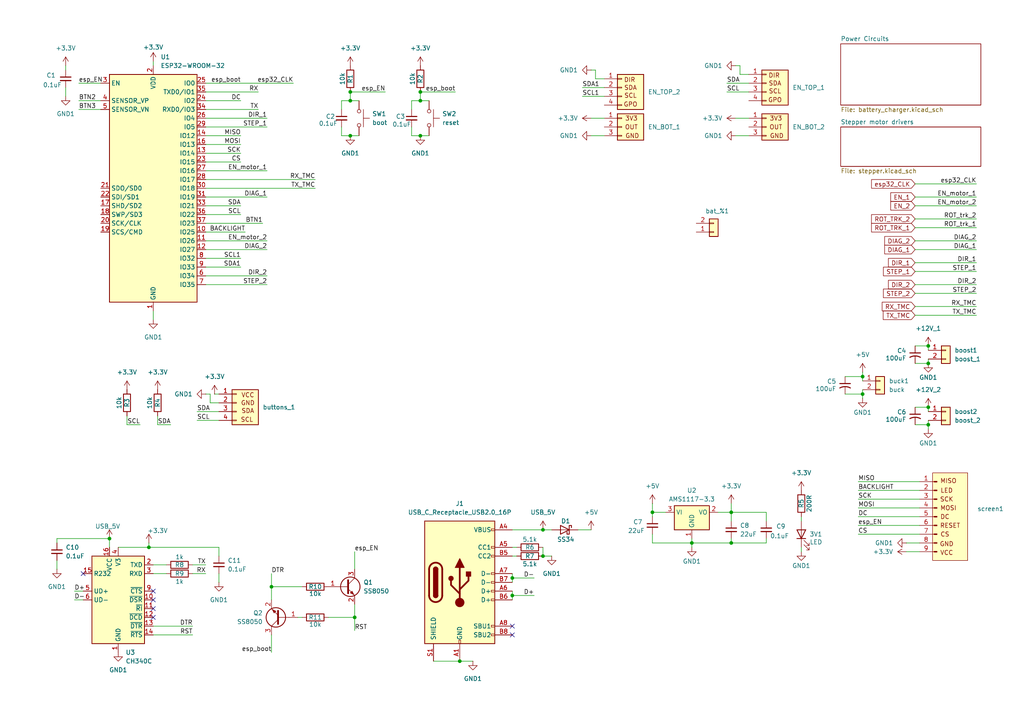
<source format=kicad_sch>
(kicad_sch (version 20250114) (generator "eeschema") (generator_version "9.0")
  (paper "A4")
  (junction (at 101.6 39.37))
  (junction (at 43.18 158.75))
  (junction (at 269.24 100.33))
  (junction (at 269.24 123.19))
  (junction (at 157.48 161.29))
  (junction (at 101.6 26.67))
  (junction (at 133.35 191.77))
  (junction (at 102.87 179.07))
  (junction (at 148.59 172.72))
  (junction (at 269.24 105.41))
  (junction (at 157.48 153.67))
  (junction (at 250.19 109.22))
  (junction (at 121.92 39.37))
  (junction (at 189.23 148.59))
  (junction (at 250.19 114.3))
  (junction (at 269.24 118.11))
  (junction (at 200.66 157.48))
  (junction (at 101.6 29.21))
  (junction (at 121.92 26.67))
  (junction (at 78.74 170.18))
  (junction (at 31.75 156.21))
  (junction (at 212.09 148.59))
  (junction (at 148.59 167.64))
  (junction (at 121.92 29.21))
  (junction (at 212.09 157.48))
  (no_connect (at 24.13 166.37))
  (no_connect (at 44.45 179.07))
  (no_connect (at 148.59 184.15))
  (no_connect (at 148.59 181.61))
  (no_connect (at 44.45 173.99))
  (no_connect (at 44.45 176.53))
  (no_connect (at 44.45 171.45))
  (wire (pts (xy 148.59 153.67) (xy 157.48 153.67)))
  (wire (pts (xy 59.69 59.69) (xy 69.85 59.69)))
  (wire (pts (xy 265.43 78.74) (xy 283.21 78.74)))
  (wire (pts (xy 213.36 34.29) (xy 217.17 34.29)))
  (wire (pts (xy 59.69 34.29) (xy 77.47 34.29)))
  (wire (pts (xy 101.6 26.67) (xy 101.6 29.21)))
  (wire (pts (xy 248.92 139.7) (xy 266.7 139.7)))
  (wire (pts (xy 265.43 57.15) (xy 283.21 57.15)))
  (wire (pts (xy 59.69 77.47) (xy 69.85 77.47)))
  (wire (pts (xy 121.92 29.21) (xy 124.46 29.21)))
  (wire (pts (xy 137.16 191.77) (xy 133.35 191.77)))
  (wire (pts (xy 148.59 167.64) (xy 148.59 168.91)))
  (wire (pts (xy 44.45 17.78) (xy 44.45 19.05)))
  (wire (pts (xy 22.86 31.75) (xy 29.21 31.75)))
  (wire (pts (xy 148.59 172.72) (xy 148.59 173.99)))
  (wire (pts (xy 22.86 24.13) (xy 29.21 24.13)))
  (wire (pts (xy 265.43 69.85) (xy 283.21 69.85)))
  (wire (pts (xy 74.93 26.67) (xy 59.69 26.67)))
  (wire (pts (xy 232.41 149.86) (xy 232.41 151.13)))
  (wire (pts (xy 63.5 166.37) (xy 63.5 168.91)))
  (wire (pts (xy 265.43 100.33) (xy 269.24 100.33)))
  (wire (pts (xy 213.36 39.37) (xy 217.17 39.37)))
  (wire (pts (xy 60.96 114.3) (xy 60.96 116.84)))
  (wire (pts (xy 16.51 162.56) (xy 16.51 165.1)))
  (wire (pts (xy 59.69 41.91) (xy 69.85 41.91)))
  (wire (pts (xy 21.59 171.45) (xy 24.13 171.45)))
  (wire (pts (xy 168.91 25.4) (xy 175.26 25.4)))
  (wire (pts (xy 16.51 156.21) (xy 31.75 156.21)))
  (wire (pts (xy 59.69 39.37) (xy 69.85 39.37)))
  (wire (pts (xy 250.19 113.03) (xy 250.19 114.3)))
  (wire (pts (xy 265.43 85.09) (xy 283.21 85.09)))
  (wire (pts (xy 214.63 19.05) (xy 214.63 21.59)))
  (wire (pts (xy 200.66 157.48) (xy 212.09 157.48)))
  (wire (pts (xy 265.43 76.2) (xy 283.21 76.2)))
  (wire (pts (xy 250.19 109.22) (xy 250.19 110.49)))
  (wire (pts (xy 78.74 166.37) (xy 78.74 170.18)))
  (wire (pts (xy 59.69 82.55) (xy 77.47 82.55)))
  (wire (pts (xy 44.45 181.61) (xy 55.88 181.61)))
  (wire (pts (xy 34.29 158.75) (xy 43.18 158.75)))
  (wire (pts (xy 99.06 39.37) (xy 101.6 39.37)))
  (wire (pts (xy 36.83 120.65) (xy 36.83 123.19)))
  (wire (pts (xy 269.24 123.19) (xy 269.24 124.46)))
  (wire (pts (xy 44.45 166.37) (xy 48.26 166.37)))
  (wire (pts (xy 245.11 109.22) (xy 250.19 109.22)))
  (wire (pts (xy 160.02 153.67) (xy 157.48 153.67)))
  (wire (pts (xy 250.19 107.95) (xy 250.19 109.22)))
  (wire (pts (xy 59.69 36.83) (xy 77.47 36.83)))
  (wire (pts (xy 59.69 72.39) (xy 77.47 72.39)))
  (wire (pts (xy 111.76 26.67) (xy 101.6 26.67)))
  (wire (pts (xy 119.38 39.37) (xy 119.38 36.83)))
  (wire (pts (xy 262.89 160.02) (xy 266.7 160.02)))
  (wire (pts (xy 59.69 54.61) (xy 91.44 54.61)))
  (wire (pts (xy 212.09 151.13) (xy 212.09 148.59)))
  (wire (pts (xy 265.43 123.19) (xy 269.24 123.19)))
  (wire (pts (xy 45.72 120.65) (xy 45.72 123.19)))
  (wire (pts (xy 119.38 29.21) (xy 121.92 29.21)))
  (wire (pts (xy 55.88 184.15) (xy 44.45 184.15)))
  (wire (pts (xy 59.69 64.77) (xy 76.2 64.77)))
  (wire (pts (xy 248.92 152.4) (xy 266.7 152.4)))
  (wire (pts (xy 60.96 116.84) (xy 63.5 116.84)))
  (wire (pts (xy 222.25 156.21) (xy 222.25 157.48)))
  (wire (pts (xy 193.04 148.59) (xy 189.23 148.59)))
  (wire (pts (xy 63.5 158.75) (xy 63.5 161.29)))
  (wire (pts (xy 248.92 147.32) (xy 266.7 147.32)))
  (wire (pts (xy 19.05 20.32) (xy 19.05 19.05)))
  (wire (pts (xy 248.92 149.86) (xy 266.7 149.86)))
  (wire (pts (xy 132.08 26.67) (xy 121.92 26.67)))
  (wire (pts (xy 265.43 66.04) (xy 283.21 66.04)))
  (wire (pts (xy 78.74 170.18) (xy 78.74 173.99)))
  (wire (pts (xy 283.21 53.34) (xy 265.43 53.34)))
  (wire (pts (xy 212.09 157.48) (xy 212.09 156.21)))
  (wire (pts (xy 44.45 163.83) (xy 48.26 163.83)))
  (wire (pts (xy 269.24 121.92) (xy 269.24 123.19)))
  (wire (pts (xy 189.23 146.05) (xy 189.23 148.59)))
  (wire (pts (xy 171.45 34.29) (xy 175.26 34.29)))
  (wire (pts (xy 222.25 151.13) (xy 222.25 148.59)))
  (wire (pts (xy 59.69 31.75) (xy 74.93 31.75)))
  (wire (pts (xy 59.69 29.21) (xy 69.85 29.21)))
  (wire (pts (xy 265.43 91.44) (xy 283.21 91.44)))
  (wire (pts (xy 57.15 121.92) (xy 63.5 121.92)))
  (wire (pts (xy 99.06 36.83) (xy 99.06 39.37)))
  (wire (pts (xy 19.05 25.4) (xy 19.05 27.94)))
  (wire (pts (xy 59.69 44.45) (xy 69.85 44.45)))
  (wire (pts (xy 60.96 114.3) (xy 59.69 114.3)))
  (wire (pts (xy 148.59 161.29) (xy 149.86 161.29)))
  (wire (pts (xy 148.59 158.75) (xy 149.86 158.75)))
  (wire (pts (xy 22.86 29.21) (xy 29.21 29.21)))
  (wire (pts (xy 31.75 156.21) (xy 31.75 158.75)))
  (wire (pts (xy 269.24 118.11) (xy 269.24 119.38)))
  (wire (pts (xy 265.43 72.39) (xy 283.21 72.39)))
  (wire (pts (xy 57.15 119.38) (xy 63.5 119.38)))
  (wire (pts (xy 99.06 31.75) (xy 99.06 29.21)))
  (wire (pts (xy 172.72 20.32) (xy 172.72 22.86)))
  (wire (pts (xy 102.87 179.07) (xy 102.87 182.88)))
  (wire (pts (xy 95.25 179.07) (xy 102.87 179.07)))
  (wire (pts (xy 248.92 154.94) (xy 266.7 154.94)))
  (wire (pts (xy 265.43 63.5) (xy 283.21 63.5)))
  (wire (pts (xy 36.83 123.19) (xy 40.64 123.19)))
  (wire (pts (xy 232.41 160.02) (xy 232.41 158.75)))
  (wire (pts (xy 44.45 90.17) (xy 44.45 92.71)))
  (wire (pts (xy 62.23 114.3) (xy 63.5 114.3)))
  (wire (pts (xy 43.18 157.48) (xy 43.18 158.75)))
  (wire (pts (xy 189.23 154.94) (xy 189.23 157.48)))
  (wire (pts (xy 125.73 191.77) (xy 133.35 191.77)))
  (wire (pts (xy 59.69 74.93) (xy 69.85 74.93)))
  (wire (pts (xy 59.69 49.53) (xy 77.47 49.53)))
  (wire (pts (xy 265.43 88.9) (xy 283.21 88.9)))
  (wire (pts (xy 16.51 157.48) (xy 16.51 156.21)))
  (wire (pts (xy 99.06 29.21) (xy 101.6 29.21)))
  (wire (pts (xy 200.66 157.48) (xy 200.66 158.75)))
  (wire (pts (xy 171.45 20.32) (xy 172.72 20.32)))
  (wire (pts (xy 248.92 142.24) (xy 266.7 142.24)))
  (wire (pts (xy 208.28 148.59) (xy 212.09 148.59)))
  (wire (pts (xy 59.69 57.15) (xy 77.47 57.15)))
  (wire (pts (xy 172.72 22.86) (xy 175.26 22.86)))
  (wire (pts (xy 210.82 26.67) (xy 217.17 26.67)))
  (wire (pts (xy 148.59 172.72) (xy 154.94 172.72)))
  (wire (pts (xy 148.59 166.37) (xy 148.59 167.64)))
  (wire (pts (xy 59.69 80.01) (xy 77.47 80.01)))
  (wire (pts (xy 148.59 171.45) (xy 148.59 172.72)))
  (wire (pts (xy 43.18 158.75) (xy 63.5 158.75)))
  (wire (pts (xy 189.23 148.59) (xy 189.23 149.86)))
  (wire (pts (xy 59.69 166.37) (xy 55.88 166.37)))
  (wire (pts (xy 87.63 179.07) (xy 86.36 179.07)))
  (wire (pts (xy 248.92 144.78) (xy 266.7 144.78)))
  (wire (pts (xy 265.43 59.69) (xy 283.21 59.69)))
  (wire (pts (xy 210.82 24.13) (xy 217.17 24.13)))
  (wire (pts (xy 171.45 39.37) (xy 175.26 39.37)))
  (wire (pts (xy 212.09 146.05) (xy 212.09 148.59)))
  (wire (pts (xy 59.69 24.13) (xy 85.09 24.13)))
  (wire (pts (xy 250.19 114.3) (xy 250.19 115.57)))
  (wire (pts (xy 121.92 39.37) (xy 124.46 39.37)))
  (wire (pts (xy 119.38 31.75) (xy 119.38 29.21)))
  (wire (pts (xy 200.66 157.48) (xy 200.66 156.21)))
  (wire (pts (xy 265.43 82.55) (xy 283.21 82.55)))
  (wire (pts (xy 148.59 167.64) (xy 154.94 167.64)))
  (wire (pts (xy 189.23 157.48) (xy 200.66 157.48)))
  (wire (pts (xy 21.59 173.99) (xy 24.13 173.99)))
  (wire (pts (xy 78.74 184.15) (xy 78.74 189.23)))
  (wire (pts (xy 269.24 105.41) (xy 269.24 104.14)))
  (wire (pts (xy 59.69 163.83) (xy 55.88 163.83)))
  (wire (pts (xy 265.43 105.41) (xy 269.24 105.41)))
  (wire (pts (xy 262.89 157.48) (xy 266.7 157.48)))
  (wire (pts (xy 212.09 157.48) (xy 222.25 157.48)))
  (wire (pts (xy 59.69 46.99) (xy 69.85 46.99)))
  (wire (pts (xy 222.25 148.59) (xy 212.09 148.59)))
  (wire (pts (xy 245.11 114.3) (xy 250.19 114.3)))
  (wire (pts (xy 121.92 26.67) (xy 121.92 29.21)))
  (wire (pts (xy 119.38 39.37) (xy 121.92 39.37)))
  (wire (pts (xy 213.36 19.05) (xy 214.63 19.05)))
  (wire (pts (xy 265.43 118.11) (xy 269.24 118.11)))
  (wire (pts (xy 59.69 67.31) (xy 71.12 67.31)))
  (wire (pts (xy 59.69 69.85) (xy 77.47 69.85)))
  (wire (pts (xy 168.91 27.94) (xy 175.26 27.94)))
  (wire (pts (xy 59.69 52.07) (xy 91.44 52.07)))
  (wire (pts (xy 101.6 39.37) (xy 104.14 39.37)))
  (wire (pts (xy 171.45 153.67) (xy 167.64 153.67)))
  (wire (pts (xy 269.24 100.33) (xy 269.24 101.6)))
  (wire (pts (xy 157.48 158.75) (xy 157.48 161.29)))
  (wire (pts (xy 78.74 170.18) (xy 87.63 170.18)))
  (wire (pts (xy 102.87 160.02) (xy 102.87 165.1)))
  (wire (pts (xy 59.69 62.23) (xy 69.85 62.23)))
  (wire (pts (xy 160.02 161.29) (xy 157.48 161.29)))
  (wire (pts (xy 101.6 29.21) (xy 104.14 29.21)))
  (wire (pts (xy 49.53 123.19) (xy 45.72 123.19)))
  (wire (pts (xy 102.87 175.26) (xy 102.87 179.07)))
  (wire (pts (xy 214.63 21.59) (xy 217.17 21.59)))
  (label "SDA1" (at 69.85 77.47 180))
  (label "BTN1" (at 76.2 64.77 180))
  (label "DIAG_1" (at 283.21 72.39 180))
  (label "esp32_CLK" (at 283.21 53.34 180))
  (label "RST" (at 102.87 182.88 0))
  (label "STEP_1" (at 77.47 36.83 180))
  (label "RX" (at 74.93 26.67 180))
  (label "MISO" (at 69.85 39.37 180))
  (label "CS" (at 248.92 154.94 0))
  (label "esp32_CLK" (at 85.09 24.13 180))
  (label "DIR_2" (at 77.47 80.01 180))
  (label "SCL" (at 57.15 121.92 0))
  (label "MISO" (at 248.92 139.7 0))
  (label "SCL" (at 210.82 26.67 0))
  (label "TX" (at 59.69 163.83 180))
  (label "RX_TMC" (at 91.44 52.07 180))
  (label "D-" (at 154.94 167.64 180))
  (label "BACKLIGHT" (at 248.92 142.24 0))
  (label "BACKLIGHT" (at 71.12 67.31 180))
  (label "SDA" (at 49.53 123.19 180))
  (label "EN_motor_2" (at 77.47 69.85 180))
  (label "SCL1" (at 69.85 74.93 180))
  (label "DIAG_2" (at 77.47 72.39 180))
  (label "TX" (at 74.93 31.75 180))
  (label "BTN2" (at 22.86 29.21 0))
  (label "D+" (at 154.94 172.72 180))
  (label "DIAG_1" (at 77.47 57.15 180))
  (label "esp_boot" (at 78.74 189.23 180))
  (label "STEP_2" (at 77.47 82.55 180))
  (label "MOSI" (at 69.85 41.91 180))
  (label "STEP_2" (at 283.21 85.09 180))
  (label "STEP_1" (at 283.21 78.74 180))
  (label "DTR" (at 55.88 181.61 180))
  (label "SDA" (at 210.82 24.13 0))
  (label "DIR_2" (at 283.21 82.55 180))
  (label "D-" (at 21.59 173.99 0))
  (label "ROT_trk_2" (at 283.21 63.5 180))
  (label "DTR" (at 78.74 166.37 0))
  (label "esp_EN" (at 111.76 26.67 180))
  (label "DC" (at 248.92 149.86 0))
  (label "RX_TMC" (at 283.21 88.9 180))
  (label "ROT_trk_1" (at 283.21 66.04 180))
  (label "EN_motor_1" (at 283.21 57.15 180))
  (label "esp_EN" (at 102.87 160.02 0))
  (label "esp_EN" (at 22.86 24.13 0))
  (label "EN_motor_2" (at 283.21 59.69 180))
  (label "DIAG_2" (at 283.21 69.85 180))
  (label "D+" (at 21.59 171.45 0))
  (label "SDA" (at 57.15 119.38 0))
  (label "esp_boot" (at 132.08 26.67 180))
  (label "TX_TMC" (at 283.21 91.44 180))
  (label "esp_boot" (at 69.85 24.13 180))
  (label "DC" (at 69.85 29.21 180))
  (label "TX_TMC" (at 91.44 54.61 180))
  (label "SCL1" (at 168.91 27.94 0))
  (label "SCL" (at 69.85 62.23 180))
  (label "SCL" (at 40.64 123.19 180))
  (label "RST" (at 55.88 184.15 180))
  (label "SDA1" (at 168.91 25.4 0))
  (label "SCK" (at 248.92 144.78 0))
  (label "CS" (at 69.85 46.99 180))
  (label "EN_motor_1" (at 77.47 49.53 180))
  (label "SDA" (at 69.85 59.69 180))
  (label "DIR_1" (at 283.21 76.2 180))
  (label "MOSI" (at 248.92 147.32 0))
  (label "SCK" (at 69.85 44.45 180))
  (label "BTN3" (at 22.86 31.75 0))
  (label "esp_EN" (at 248.92 152.4 0))
  (label "RX" (at 59.69 166.37 180))
  (label "DIR_1" (at 77.47 34.29 180))
  (global_label "ROT_TRK_2" (shape input) (at 265.43 63.5 180) (property "Intersheetrefs" "${INTERSHEET_REFS}" (effects (hide yes))))
  (global_label "EN_2" (shape input) (at 265.43 59.69 180) (property "Intersheetrefs" "${INTERSHEET_REFS}" (effects (hide yes))))
  (global_label "ROT_TRK_1" (shape input) (at 265.43 66.04 180) (property "Intersheetrefs" "${INTERSHEET_REFS}" (effects (hide yes))))
  (global_label "EN_1" (shape input) (at 265.43 57.15 180) (property "Intersheetrefs" "${INTERSHEET_REFS}" (effects (hide yes))))
  (global_label "STEP_1" (shape input) (at 265.43 78.74 180) (property "Intersheetrefs" "${INTERSHEET_REFS}" (effects (hide yes))))
  (global_label "esp32_CLK" (shape input) (at 265.43 53.34 180) (property "Intersheetrefs" "${INTERSHEET_REFS}" (effects (hide yes))))
  (global_label "DIR_2" (shape input) (at 265.43 82.55 180) (property "Intersheetrefs" "${INTERSHEET_REFS}" (effects (hide yes))))
  (global_label "DIR_1" (shape input) (at 265.43 76.2 180) (property "Intersheetrefs" "${INTERSHEET_REFS}" (effects (hide yes))))
  (global_label "STEP_2" (shape input) (at 265.43 85.09 180) (property "Intersheetrefs" "${INTERSHEET_REFS}" (effects (hide yes))))
  (global_label "DIAG_2" (shape input) (at 265.43 69.85 180) (property "Intersheetrefs" "${INTERSHEET_REFS}" (effects (hide yes))))
  (global_label "RX_TMC" (shape input) (at 265.43 88.9 180) (property "Intersheetrefs" "${INTERSHEET_REFS}" (effects (hide yes))))
  (global_label "TX_TMC" (shape input) (at 265.43 91.44 180) (property "Intersheetrefs" "${INTERSHEET_REFS}" (effects (hide yes))))
  (global_label "DIAG_1" (shape input) (at 265.43 72.39 180) (property "Intersheetrefs" "${INTERSHEET_REFS}" (effects (hide yes))))
  (symbol (lib_id "Device:C_Small") (at 189.23 152.4 0) (unit 1)
    (property "Reference" "C7" (at 183.642 151.384 0) (effects (justify left)))
    (property "Value" "22uF" (at 182.118 153.924 0) (effects (justify left)))
    (property "Footprint" "PCM_4ms_Capacitor:C_0603" (effects (hide yes)))
    (property "Description" "Unpolarized capacitor, small symbol" (effects (hide yes)))
  )
  (symbol (lib_id "Connector:Conn_01x09_Pin") (at 271.78 149.86 0) (mirror y) (unit 1)
    (property "Reference" "screen1" (at 283.464 147.574 0) (effects (justify right)))
    (property "Value" "Conn_01x09_Pin" (effects (hide yes)))
    (property "Footprint" "Connector_PinSocket_2.54mm:PinSocket_1x09_P2.54mm_Vertical" (effects (hide yes)))
    (property "Description" "Generic connector, single row, 01x09, script generated" (effects (hide yes)))
  )
  (symbol (lib_id "power:+5V") (at 171.45 153.67 0) (unit 1)
    (property "Reference" "#PWR029" (effects (hide yes)))
    (property "Value" "+5V" (at 171.45 148.59 0))
    (property "Description" "Power symbol creates a global label with name \"+5V\"" (effects (hide yes)))
  )
  (symbol (lib_id "Connector_Generic:Conn_01x03") (at 180.34 36.83 0) (unit 1)
    (property "Reference" "EN_BOT_1" (at 187.96 36.8299 0) (effects (justify left)))
    (property "Value" "Conn_01x03" (effects (hide yes)))
    (property "Footprint" "Connector_PinHeader_2.54mm:PinHeader_1x03_P2.54mm_Vertical" (effects (hide yes)))
    (property "Description" "Generic connector, single row, 01x03, script generated (kicad-library-utils/schlib/autogen/connector/)" (effects (hide yes)))
  )
  (symbol (lib_id "power:+3.3V") (at 45.72 113.03 0) (unit 1)
    (property "Reference" "#PWR019" (effects (hide yes)))
    (property "Value" "+3.3V" (at 45.72 107.95 0))
    (property "Description" "Power symbol creates a global label with name \"+3.3V\"" (effects (hide yes)))
  )
  (symbol (lib_id "Device:LED") (at 232.41 154.94 90) (unit 1)
    (property "Reference" "3V1" (at 238.506 154.94 90) (effects (justify left)))
    (property "Value" "LED" (at 238.506 157.226 90) (effects (justify left)))
    (property "Footprint" "PCM_LED_SMD_AKL:LED_0603_1608Metric_Pad1.05x0.95mm" (effects (hide yes)))
    (property "Description" "Light emitting diode" (effects (hide yes)))
    (property "Sim.Pins" "1=K 2=A" (effects (hide yes)))
  )
  (symbol (lib_id "Device:R") (at 52.07 166.37 90) (unit 1)
    (property "Reference" "R9" (at 52.07 166.37 90))
    (property "Value" "1k" (at 52.07 168.656 90))
    (property "Footprint" "PCM_4ms_Resistor:R_0603" (effects (hide yes)))
    (property "Description" "Resistor" (effects (hide yes)))
  )
  (symbol (lib_id "Device:C_Small_US") (at 245.11 111.76 0) (mirror y) (unit 1)
    (property "Reference" "C5" (at 242.57 110.6169 0) (effects (justify left)))
    (property "Value" "100uF" (at 242.57 112.776 0) (effects (justify left)))
    (property "Footprint" "PCM_Capacitor_SMD_Handsoldering_AKL:C_Elec_6.3x7.7" (effects (hide yes)))
    (property "Description" "capacitor, small US symbol" (effects (hide yes)))
  )
  (symbol (lib_id "Connector:USB_C_Receptacle_USB2.0_16P") (at 133.35 168.91 0) (unit 1)
    (property "Reference" "J1" (at 133.35 146.05 0))
    (property "Value" "USB_C_Receptacle_USB2.0_16P" (at 133.35 148.59 0))
    (property "Footprint" "Connector_USB:USB_C_Receptacle_GCT_USB4105-xx-A_16P_TopMnt_Horizontal" (effects (hide yes)))
    (property "Datasheet" "https://www.usb.org/sites/default/files/documents/usb_type-c.zip" (effects (hide yes)))
    (property "Description" "USB 2.0-only 16P Type-C Receptacle connector" (effects (hide yes)))
  )
  (symbol (lib_id "PCM_4ms_Connector:Conn_01x04") (at 222.25 24.13 0) (unit 1)
    (property "Reference" "EN_TOP_1" (at 229.87 25.3999 0) (effects (justify left)))
    (property "Value" "Conn_01x04" (effects (hide yes)))
    (property "Footprint" "Connector_PinHeader_2.54mm:PinHeader_1x04_P2.54mm_Vertical" (effects (hide yes)))
    (property "Description" "HEADER 1x4 MALE PINS 0.100” 180deg" (effects (hide yes)))
    (property "Specifications" "HEADER 1x4 MALE PINS 0.100” 180deg" (effects (hide yes)))
    (property "Manufacturer" "TAD" (effects (hide yes)))
    (property "Part Number" "1-0401FBV0T" (effects (hide yes)))
  )
  (symbol (lib_id "Device:R") (at 45.72 116.84 0) (unit 1)
    (property "Reference" "R4" (at 45.72 116.84 90))
    (property "Value" "10k" (at 43.434 116.84 90))
    (property "Footprint" "PCM_4ms_Resistor:R_0603" (effects (hide yes)))
    (property "Description" "Resistor" (effects (hide yes)))
  )
  (symbol (lib_id "PCM_4ms_Connector:Conn_01x02") (at 274.32 119.38 0) (unit 1)
    (property "Reference" "boost2" (at 276.86 119.3799 0) (effects (justify left)))
    (property "Value" "boost_2" (at 276.86 121.9199 0) (effects (justify left)))
    (property "Footprint" "Connector_JST:JST_VH_B2P-VH-B_1x02_P3.96mm_Vertical" (effects (hide yes)))
    (property "Description" "HEADER 1x2 MALE PINS 0.100” 180deg" (effects (hide yes)))
    (property "Specifications" "Pins_01x02, Header, Male Pins, 1*2, spacing 2.54mm, straight pin" (effects (hide yes)))
    (property "Manufacturer" "TAD" (effects (hide yes)))
    (property "Part Number" "1-0201FBV0T" (effects (hide yes)))
  )
  (symbol (lib_id "power:GND") (at 137.16 191.77 0) (unit 1)
    (property "Reference" "#PWR040" (effects (hide yes)))
    (property "Value" "GND1" (at 137.16 196.85 0))
    (property "Description" "Power symbol creates a global label with name \"GND\" , ground" (effects (hide yes)))
  )
  (symbol (lib_id "Device:C_Small") (at 19.05 22.86 0) (unit 1)
    (property "Reference" "C1" (at 13.462 21.844 0) (effects (justify left)))
    (property "Value" "0.1uF" (at 12.446 24.638 0) (effects (justify left)))
    (property "Footprint" "PCM_4ms_Capacitor:C_0603" (effects (hide yes)))
    (property "Description" "Unpolarized capacitor, small symbol" (effects (hide yes)))
  )
  (symbol (lib_id "power:+3.3V") (at 19.05 19.05 0) (unit 1)
    (property "Reference" "#PWR02" (effects (hide yes)))
    (property "Value" "+3.3V" (at 19.05 13.97 0))
    (property "Description" "Power symbol creates a global label with name \"+3.3V\"" (effects (hide yes)))
  )
  (symbol (lib_id "power:+3.3V") (at 62.23 114.3 0) (unit 1)
    (property "Reference" "#PWR021" (effects (hide yes)))
    (property "Value" "+3.3V" (at 62.23 109.22 0))
    (property "Description" "Power symbol creates a global label with name \"+3.3V\"" (effects (hide yes)))
  )
  (symbol (lib_id "PCM_4ms_Connector:Conn_01x02") (at 274.32 101.6 0) (unit 1)
    (property "Reference" "boost1" (at 276.86 101.5999 0) (effects (justify left)))
    (property "Value" "boost_1" (at 276.86 104.1399 0) (effects (justify left)))
    (property "Footprint" "Connector_JST:JST_VH_B2P-VH-B_1x02_P3.96mm_Vertical" (effects (hide yes)))
    (property "Description" "HEADER 1x2 MALE PINS 0.100” 180deg" (effects (hide yes)))
    (property "Specifications" "Pins_01x02, Header, Male Pins, 1*2, spacing 2.54mm, straight pin" (effects (hide yes)))
    (property "Manufacturer" "TAD" (effects (hide yes)))
    (property "Part Number" "1-0201FBV0T" (effects (hide yes)))
  )
  (symbol (lib_id "power:+3.3V") (at 44.45 17.78 0) (unit 1)
    (property "Reference" "#PWR01" (effects (hide yes)))
    (property "Value" "+3.3V" (at 44.45 13.716 0))
    (property "Description" "Power symbol creates a global label with name \"+3.3V\"" (effects (hide yes)))
  )
  (symbol (lib_id "Device:R") (at 52.07 163.83 90) (unit 1)
    (property "Reference" "R8" (at 52.07 163.83 90))
    (property "Value" "1k" (at 52.07 161.544 90))
    (property "Footprint" "PCM_4ms_Resistor:R_0603" (effects (hide yes)))
    (property "Description" "Resistor" (effects (hide yes)))
  )
  (symbol (lib_id "power:+3.3V") (at 121.92 19.05 0) (unit 1)
    (property "Reference" "#PWR04" (effects (hide yes)))
    (property "Value" "+3.3V" (at 121.92 13.97 0))
    (property "Description" "Power symbol creates a global label with name \"+3.3V\"" (effects (hide yes)))
  )
  (symbol (lib_id "Interface_USB:CH340C") (at 34.29 173.99 0) (unit 1)
    (property "Reference" "U3" (at 36.4333 189.23 0) (effects (justify left)))
    (property "Value" "CH340C" (at 36.4333 191.77 0) (effects (justify left)))
    (property "Footprint" "Package_SO:SOIC-16_3.9x9.9mm_P1.27mm" (effects (hide yes)))
    (property "Datasheet" "https://datasheet.lcsc.com/szlcsc/Jiangsu-Qin-Heng-CH340C_C84681.pdf" (effects (hide yes)))
    (property "Description" "USB serial converter, crystal-less, UART, SOIC-16" (effects (hide yes)))
  )
  (symbol (lib_id "power:+12V") (at 269.24 100.33 0) (unit 1)
    (property "Reference" "#PWR015" (effects (hide yes)))
    (property "Value" "+12V_1" (at 269.24 95.25 0))
    (property "Description" "Power symbol creates a global label with name \"+12V\"" (effects (hide yes)))
  )
  (symbol (lib_id "power:+3.3V") (at 212.09 146.05 0) (unit 1)
    (property "Reference" "#PWR027" (effects (hide yes)))
    (property "Value" "+3.3V" (at 212.09 140.97 0))
    (property "Description" "Power symbol creates a global label with name \"+3.3V\"" (effects (hide yes)))
  )
  (symbol (lib_id "Diode:1N5822") (at 163.83 153.67 0) (mirror y) (unit 1)
    (property "Reference" "D1" (at 165.4176 151.13 0) (effects (justify left)))
    (property "Value" "SS34" (at 166.624 156.464 0) (effects (justify left)))
    (property "Footprint" "Diode_SMD:D_SMA" (effects (hide yes)))
    (property "Datasheet" "http://www.vishay.com/docs/88526/1n5820.pdf" (effects (hide yes)))
    (property "Description" "40V 3A Schottky Barrier Rectifier Diode, DO-201AD" (effects (hide yes)))
  )
  (symbol (lib_id "Device:R") (at 36.83 116.84 0) (unit 1)
    (property "Reference" "R3" (at 36.83 116.84 90))
    (property "Value" "10k" (at 34.544 116.84 90))
    (property "Footprint" "PCM_4ms_Resistor:R_0603" (effects (hide yes)))
    (property "Description" "Resistor" (effects (hide yes)))
  )
  (symbol (lib_id "power:GND") (at 59.69 114.3 270) (unit 1)
    (property "Reference" "#PWR020" (effects (hide yes)))
    (property "Value" "GND1" (at 55.88 114.2999 90) (effects (justify right)))
    (property "Description" "Power symbol creates a global label with name \"GND\" , ground" (effects (hide yes)))
  )
  (symbol (lib_id "Device:C_Small") (at 99.06 34.29 0) (unit 1)
    (property "Reference" "C2" (at 94.488 33.782 0) (effects (justify left)))
    (property "Value" "0.1uF" (at 92.456 35.814 0) (effects (justify left)))
    (property "Footprint" "PCM_4ms_Capacitor:C_0603" (effects (hide yes)))
    (property "Description" "Unpolarized capacitor, small symbol" (effects (hide yes)))
  )
  (symbol (lib_id "Device:R") (at 121.92 22.86 0) (unit 1)
    (property "Reference" "R2" (at 121.92 22.86 90))
    (property "Value" "10k" (at 119.634 22.86 90))
    (property "Footprint" "PCM_4ms_Resistor:R_0603" (effects (hide yes)))
    (property "Description" "Resistor" (effects (hide yes)))
  )
  (symbol (lib_id "power:GND") (at 63.5 168.91 0) (unit 1)
    (property "Reference" "#PWR038" (effects (hide yes)))
    (property "Value" "GND1" (at 63.5 173.99 0))
    (property "Description" "Power symbol creates a global label with name \"GND\" , ground" (effects (hide yes)))
  )
  (symbol (lib_id "power:+5V") (at 189.23 146.05 0) (unit 1)
    (property "Reference" "#PWR026" (effects (hide yes)))
    (property "Value" "+5V" (at 189.23 140.97 0))
    (property "Description" "Power symbol creates a global label with name \"+5V\"" (effects (hide yes)))
  )
  (symbol (lib_id "power:GND") (at 160.02 161.29 0) (unit 1)
    (property "Reference" "#PWR036" (effects (hide yes)))
    (property "Value" "GND1" (at 160.02 166.37 0))
    (property "Description" "Power symbol creates a global label with name \"GND\" , ground" (effects (hide yes)))
  )
  (symbol (lib_id "Device:C_Small") (at 212.09 153.67 0) (unit 1)
    (property "Reference" "C8" (at 214.63 152.4062 0) (effects (justify left)))
    (property "Value" "22uF" (at 214.63 154.9462 0) (effects (justify left)))
    (property "Footprint" "PCM_4ms_Capacitor:C_0603" (effects (hide yes)))
    (property "Description" "Unpolarized capacitor, small symbol" (effects (hide yes)))
  )
  (symbol (lib_id "power:GND") (at 34.29 189.23 0) (unit 1)
    (property "Reference" "#PWR039" (effects (hide yes)))
    (property "Value" "GND1" (at 34.29 194.31 0))
    (property "Description" "Power symbol creates a global label with name \"GND\" , ground" (effects (hide yes)))
  )
  (symbol (lib_id "power:+1V0") (at 157.48 153.67 0) (unit 1)
    (property "Reference" "#PWR028" (effects (hide yes)))
    (property "Value" "USB_5V" (at 157.48 148.59 0))
    (property "Description" "Power symbol creates a global label with name \"+1V0\"" (effects (hide yes)))
  )
  (symbol (lib_id "Device:C_Small_US") (at 265.43 102.87 0) (mirror y) (unit 1)
    (property "Reference" "C4" (at 262.89 101.7269 0) (effects (justify left)))
    (property "Value" "100uF" (at 262.89 103.886 0) (effects (justify left)))
    (property "Footprint" "PCM_Capacitor_SMD_Handsoldering_AKL:C_Elec_6.3x7.7" (effects (hide yes)))
    (property "Description" "capacitor, small US symbol" (effects (hide yes)))
  )
  (symbol (lib_id "Device:R") (at 232.41 146.05 0) (mirror x) (unit 1)
    (property "Reference" "R5" (at 232.41 146.05 90))
    (property "Value" "200R" (at 234.696 146.05 90))
    (property "Footprint" "PCM_4ms_Resistor:R_0603" (effects (hide yes)))
    (property "Description" "Resistor" (effects (hide yes)))
  )
  (symbol (lib_id "PCM_4ms_Connector:Conn_01x02") (at 255.27 110.49 0) (unit 1)
    (property "Reference" "buck1" (at 257.81 110.4899 0) (effects (justify left)))
    (property "Value" "buck" (at 257.81 113.0299 0) (effects (justify left)))
    (property "Footprint" "Connector_JST:JST_VH_B2P-VH-B_1x02_P3.96mm_Vertical" (effects (hide yes)))
    (property "Description" "HEADER 1x2 MALE PINS 0.100” 180deg" (effects (hide yes)))
    (property "Specifications" "Pins_01x02, Header, Male Pins, 1*2, spacing 2.54mm, straight pin" (effects (hide yes)))
    (property "Manufacturer" "TAD" (effects (hide yes)))
    (property "Part Number" "1-0201FBV0T" (effects (hide yes)))
  )
  (symbol (lib_id "power:+3.3V") (at 36.83 113.03 0) (unit 1)
    (property "Reference" "#PWR018" (effects (hide yes)))
    (property "Value" "+3.3V" (at 36.83 107.95 0))
    (property "Description" "Power symbol creates a global label with name \"+3.3V\"" (effects (hide yes)))
  )
  (symbol (lib_id "Switch:SW_Push") (at 104.14 34.29 270) (unit 1)
    (property "Reference" "SW1" (at 107.95 33.0199 90) (effects (justify left)))
    (property "Value" "boot" (at 107.95 35.5599 90) (effects (justify left)))
    (property "Footprint" "Button_Switch_SMD:SW_SPST_CK_RS282G05A3" (effects (hide yes)))
    (property "Description" "Push button switch, generic, two pins" (effects (hide yes)))
  )
  (symbol (lib_id "power:GND") (at 19.05 27.94 0) (unit 1)
    (property "Reference" "#PWR07" (effects (hide yes)))
    (property "Value" "GND1" (at 19.05 33.02 0))
    (property "Description" "Power symbol creates a global label with name \"GND\" , ground" (effects (hide yes)))
  )
  (symbol (lib_id "Switch:SW_Push") (at 124.46 34.29 270) (unit 1)
    (property "Reference" "SW2" (at 128.27 33.0199 90) (effects (justify left)))
    (property "Value" "reset" (at 128.27 35.5599 90) (effects (justify left)))
    (property "Footprint" "Button_Switch_SMD:SW_SPST_CK_RS282G05A3" (effects (hide yes)))
    (property "Description" "Push button switch, generic, two pins" (effects (hide yes)))
  )
  (symbol (lib_id "power:+3.3V") (at 171.45 34.29 90) (unit 1)
    (property "Reference" "#PWR08" (effects (hide yes)))
    (property "Value" "+3.3V" (at 167.64 34.2899 90) (effects (justify left)))
    (property "Description" "Power symbol creates a global label with name \"+3.3V\"" (effects (hide yes)))
  )
  (symbol (lib_id "RF_Module:ESP32-WROOM-32") (at 44.45 54.61 0) (unit 1)
    (property "Reference" "U1" (at 46.5933 16.51 0) (effects (justify left)))
    (property "Value" "ESP32-WROOM-32" (at 46.5933 19.05 0) (effects (justify left)))
    (property "Footprint" "RF_Module:ESP32-WROOM-32" (effects (hide yes)))
    (property "Datasheet" "https://www.espressif.com/sites/default/files/documentation/esp32-wroom-32_datasheet_en.pdf" (effects (hide yes)))
    (property "Description" "RF Module, ESP32-D0WDQ6 SoC, Wi-Fi 802.11b/g/n, Bluetooth, BLE, 32-bit, 2.7-3.6V, onboard antenna, SMD" (effects (hide yes)))
  )
  (symbol (lib_id "power:GND") (at 171.45 39.37 270) (unit 1)
    (property "Reference" "#PWR012" (effects (hide yes)))
    (property "Value" "GND1" (at 167.64 39.3699 90) (effects (justify right)))
    (property "Description" "Power symbol creates a global label with name \"GND\" , ground" (effects (hide yes)))
  )
  (symbol (lib_id "Device:C_Small") (at 222.25 153.67 0) (mirror y) (unit 1)
    (property "Reference" "C9" (at 227.838 152.654 0) (effects (justify left)))
    (property "Value" "0.1uF" (at 228.854 155.448 0) (effects (justify left)))
    (property "Footprint" "PCM_4ms_Capacitor:C_0603" (effects (hide yes)))
    (property "Description" "Unpolarized capacitor, small symbol" (effects (hide yes)))
  )
  (symbol (lib_name "Conn_01x04_1") (lib_id "PCM_4ms_Connector:Conn_01x04") (at 68.58 116.84 0) (unit 1)
    (property "Reference" "buttons_1" (at 76.2 118.1099 0) (effects (justify left)))
    (property "Value" "Conn_01x04" (effects (hide yes)))
    (property "Footprint" "Connector_PinHeader_2.54mm:PinHeader_1x04_P2.54mm_Vertical" (effects (hide yes)))
    (property "Description" "HEADER 1x4 MALE PINS 0.100” 180deg" (effects (hide yes)))
    (property "Specifications" "HEADER 1x4 MALE PINS 0.100” 180deg" (effects (hide yes)))
    (property "Manufacturer" "TAD" (effects (hide yes)))
    (property "Part Number" "1-0401FBV0T" (effects (hide yes)))
  )
  (symbol (lib_id "Device:C_Small") (at 63.5 163.83 0) (unit 1)
    (property "Reference" "C11" (at 66.04 162.5662 0) (effects (justify left)))
    (property "Value" "0.1uF" (at 66.04 165.1062 0) (effects (justify left)))
    (property "Footprint" "PCM_4ms_Capacitor:C_0603" (effects (hide yes)))
    (property "Description" "Unpolarized capacitor, small symbol" (effects (hide yes)))
  )
  (symbol (lib_id "Device:R") (at 101.6 22.86 0) (unit 1)
    (property "Reference" "R1" (at 101.6 22.86 90))
    (property "Value" "10k" (at 99.314 22.86 90))
    (property "Footprint" "PCM_4ms_Resistor:R_0603" (effects (hide yes)))
    (property "Description" "Resistor" (effects (hide yes)))
  )
  (symbol (lib_id "power:+3.3V") (at 232.41 142.24 0) (unit 1)
    (property "Reference" "#PWR025" (effects (hide yes)))
    (property "Value" "+3.3V" (at 232.41 137.16 0))
    (property "Description" "Power symbol creates a global label with name \"+3.3V\"" (effects (hide yes)))
  )
  (symbol (lib_id "Device:R") (at 153.67 158.75 270) (unit 1)
    (property "Reference" "R6" (at 153.67 158.75 90))
    (property "Value" "5.1k" (at 153.67 156.464 90))
    (property "Footprint" "PCM_4ms_Resistor:R_0603" (effects (hide yes)))
    (property "Description" "Resistor" (effects (hide yes)))
  )
  (symbol (lib_id "Device:C_Small") (at 119.38 34.29 0) (unit 1)
    (property "Reference" "C3" (at 114.808 33.782 0) (effects (justify left)))
    (property "Value" "0.1uF" (at 113.792 36.068 0) (effects (justify left)))
    (property "Footprint" "PCM_4ms_Capacitor:C_0603" (effects (hide yes)))
    (property "Description" "Unpolarized capacitor, small symbol" (effects (hide yes)))
  )
  (symbol (lib_id "power:GND") (at 16.51 165.1 0) (unit 1)
    (property "Reference" "#PWR037" (effects (hide yes)))
    (property "Value" "GND1" (at 16.51 170.18 0))
    (property "Description" "Power symbol creates a global label with name \"GND\" , ground" (effects (hide yes)))
  )
  (symbol (lib_id "Transistor_BJT:SS8050") (at 81.28 179.07 180) (unit 1)
    (property "Reference" "Q2" (at 76.2 177.7999 0) (effects (justify left)))
    (property "Value" "SS8050" (at 76.2 180.3399 0) (effects (justify left)))
    (property "Footprint" "Package_TO_SOT_SMD:SOT-23" (effects (hide yes)))
    (property "Datasheet" "http://www.secosgmbh.com/datasheet/products/SSMPTransistor/SOT-23/SS8050.pdf" (effects (hide yes)))
    (property "Description" "General Purpose NPN Transistor, 1.5A Ic, 25V Vce, SOT-23" (effects (hide yes)))
  )
  (symbol (lib_id "power:+3.3V") (at 101.6 19.05 0) (unit 1)
    (property "Reference" "#PWR03" (effects (hide yes)))
    (property "Value" "+3.3V" (at 101.6 13.97 0))
    (property "Description" "Power symbol creates a global label with name \"+3.3V\"" (effects (hide yes)))
  )
  (symbol (lib_id "Regulator_Linear:AMS1117-3.3") (at 200.66 148.59 0) (unit 1)
    (property "Reference" "U2" (at 200.66 142.24 0))
    (property "Value" "AMS1117-3.3" (at 200.66 144.78 0))
    (property "Footprint" "Package_TO_SOT_SMD:SOT-223-3_TabPin2" (effects (hide yes)))
    (property "Datasheet" "http://www.advanced-monolithic.com/pdf/ds1117.pdf" (effects (hide yes)))
    (property "Description" "1A Low Dropout regulator, positive, 3.3V fixed output, SOT-223" (effects (hide yes)))
  )
  (symbol (lib_id "power:GND") (at 232.41 160.02 0) (unit 1)
    (property "Reference" "#PWR034" (effects (hide yes)))
    (property "Value" "GND1" (at 232.41 164.084 0))
    (property "Description" "Power symbol creates a global label with name \"GND\" , ground" (effects (hide yes)))
  )
  (symbol (lib_id "power:GND") (at 200.66 158.75 0) (unit 1)
    (property "Reference" "#PWR033" (effects (hide yes)))
    (property "Value" "GND1" (at 200.66 162.814 0))
    (property "Description" "Power symbol creates a global label with name \"GND\" , ground" (effects (hide yes)))
  )
  (symbol (lib_id "Device:C_Small") (at 16.51 160.02 0) (unit 1)
    (property "Reference" "C10" (at 19.05 158.7562 0) (effects (justify left)))
    (property "Value" "0.1uF" (at 19.05 161.2962 0) (effects (justify left)))
    (property "Footprint" "PCM_4ms_Capacitor:C_0603" (effects (hide yes)))
    (property "Description" "Unpolarized capacitor, small symbol" (effects (hide yes)))
  )
  (symbol (lib_id "power:GND") (at 250.19 115.57 0) (unit 1)
    (property "Reference" "#PWR022" (effects (hide yes)))
    (property "Value" "GND1" (at 250.19 119.634 0))
    (property "Description" "Power symbol creates a global label with name \"GND\" , ground" (effects (hide yes)))
  )
  (symbol (lib_id "power:GND") (at 269.24 124.46 0) (unit 1)
    (property "Reference" "#PWR024" (effects (hide yes)))
    (property "Value" "GND1" (at 269.24 128.524 0))
    (property "Description" "Power symbol creates a global label with name \"GND\" , ground" (effects (hide yes)))
  )
  (symbol (lib_id "power:GND") (at 262.89 157.48 270) (unit 1)
    (property "Reference" "#PWR032" (effects (hide yes)))
    (property "Value" "GND1" (at 259.08 157.4799 90) (effects (justify right)))
    (property "Description" "Power symbol creates a global label with name \"GND\" , ground" (effects (hide yes)))
  )
  (symbol (lib_id "power:GND") (at 44.45 92.71 0) (unit 1)
    (property "Reference" "#PWR014" (effects (hide yes)))
    (property "Value" "GND1" (at 44.45 97.79 0))
    (property "Description" "Power symbol creates a global label with name \"GND\" , ground" (effects (hide yes)))
  )
  (symbol (lib_id "power:+5V") (at 31.75 156.21 0) (unit 1)
    (property "Reference" "#PWR030" (effects (hide yes)))
    (property "Value" "USB_5V" (at 31.242 152.654 0))
    (property "Description" "Power symbol creates a global label with name \"+5V\"" (effects (hide yes)))
  )
  (symbol (lib_id "Connector_Generic:Conn_01x03") (at 222.25 36.83 0) (unit 1)
    (property "Reference" "EN_BOT_2" (at 229.87 36.8299 0) (effects (justify left)))
    (property "Value" "Conn_01x03" (effects (hide yes)))
    (property "Footprint" "Connector_PinHeader_2.54mm:PinHeader_1x03_P2.54mm_Vertical" (effects (hide yes)))
    (property "Description" "Generic connector, single row, 01x03, script generated (kicad-library-utils/schlib/autogen/connector/)" (effects (hide yes)))
  )
  (symbol (lib_id "PCM_4ms_Connector:Conn_01x02") (at 207.01 67.31 0) (mirror x) (unit 1)
    (property "Reference" "bat_%1" (at 208.026 61.214 0))
    (property "Value" "battery _percentage" (effects (hide yes)))
    (property "Footprint" "Connector_PinHeader_2.54mm:PinHeader_1x02_P2.54mm_Vertical" (effects (hide yes)))
    (property "Description" "HEADER 1x2 MALE PINS 0.100” 180deg" (effects (hide yes)))
    (property "Specifications" "Pins_01x02, Header, Male Pins, 1*2, spacing 2.54mm, straight pin" (effects (hide yes)))
    (property "Manufacturer" "TAD" (effects (hide yes)))
    (property "Part Number" "1-0201FBV0T" (effects (hide yes)))
  )
  (symbol (lib_id "Transistor_BJT:SS8050") (at 100.33 170.18 0) (unit 1)
    (property "Reference" "Q1" (at 105.41 168.9099 0) (effects (justify left)))
    (property "Value" "SS8050" (at 105.41 171.4499 0) (effects (justify left)))
    (property "Footprint" "Package_TO_SOT_SMD:SOT-23" (effects (hide yes)))
    (property "Datasheet" "http://www.secosgmbh.com/datasheet/products/SSMPTransistor/SOT-23/SS8050.pdf" (effects (hide yes)))
    (property "Description" "General Purpose NPN Transistor, 1.5A Ic, 25V Vce, SOT-23" (effects (hide yes)))
  )
  (symbol (lib_id "power:+3.3V") (at 213.36 34.29 90) (unit 1)
    (property "Reference" "#PWR09" (effects (hide yes)))
    (property "Value" "+3.3V" (at 209.55 34.2899 90) (effects (justify left)))
    (property "Description" "Power symbol creates a global label with name \"+3.3V\"" (effects (hide yes)))
  )
  (symbol (lib_id "power:GND") (at 101.6 39.37 0) (unit 1)
    (property "Reference" "#PWR010" (effects (hide yes)))
    (property "Value" "GND1" (at 101.6 44.45 0))
    (property "Description" "Power symbol creates a global label with name \"GND\" , ground" (effects (hide yes)))
  )
  (symbol (lib_id "power:GND") (at 269.24 105.41 0) (unit 1)
    (property "Reference" "#PWR016" (effects (hide yes)))
    (property "Value" "GND1" (at 269.24 109.474 0))
    (property "Description" "Power symbol creates a global label with name \"GND\" , ground" (effects (hide yes)))
  )
  (symbol (lib_id "Device:R") (at 91.44 179.07 90) (unit 1)
    (property "Reference" "R11" (at 91.44 179.07 90))
    (property "Value" "10k" (at 91.44 181.102 90))
    (property "Footprint" "PCM_4ms_Resistor:R_0603" (effects (hide yes)))
    (property "Description" "Resistor" (effects (hide yes)))
  )
  (symbol (lib_id "power:GND") (at 121.92 39.37 0) (unit 1)
    (property "Reference" "#PWR011" (effects (hide yes)))
    (property "Value" "GND1" (at 121.92 44.45 0))
    (property "Description" "Power symbol creates a global label with name \"GND\" , ground" (effects (hide yes)))
  )
  (symbol (lib_id "power:GND") (at 171.45 20.32 270) (unit 1)
    (property "Reference" "#PWR06" (effects (hide yes)))
    (property "Value" "GND1" (at 167.64 20.3199 90) (effects (justify right)))
    (property "Description" "Power symbol creates a global label with name \"GND\" , ground" (effects (hide yes)))
  )
  (symbol (lib_id "power:GND") (at 213.36 39.37 270) (unit 1)
    (property "Reference" "#PWR013" (effects (hide yes)))
    (property "Value" "GND1" (at 209.55 39.3699 90) (effects (justify right)))
    (property "Description" "Power symbol creates a global label with name \"GND\" , ground" (effects (hide yes)))
  )
  (symbol (lib_id "power:+5V") (at 250.19 107.95 0) (unit 1)
    (property "Reference" "#PWR017" (effects (hide yes)))
    (property "Value" "+5V" (at 250.19 102.87 0))
    (property "Description" "Power symbol creates a global label with name \"+5V\"" (effects (hide yes)))
  )
  (symbol (lib_id "Device:R") (at 91.44 170.18 90) (unit 1)
    (property "Reference" "R10" (at 91.44 170.18 90))
    (property "Value" "10k" (at 91.44 172.212 90))
    (property "Footprint" "PCM_4ms_Resistor:R_0603" (effects (hide yes)))
    (property "Description" "Resistor" (effects (hide yes)))
  )
  (symbol (lib_id "Device:C_Small_US") (at 265.43 120.65 0) (mirror y) (unit 1)
    (property "Reference" "C6" (at 262.89 119.5069 0) (effects (justify left)))
    (property "Value" "100uF" (at 262.89 121.666 0) (effects (justify left)))
    (property "Footprint" "PCM_Capacitor_SMD_Handsoldering_AKL:C_Elec_6.3x7.7" (effects (hide yes)))
    (property "Description" "capacitor, small US symbol" (effects (hide yes)))
  )
  (symbol (lib_id "Device:R") (at 153.67 161.29 90) (unit 1)
    (property "Reference" "R7" (at 153.67 161.29 90))
    (property "Value" "5.1k" (at 153.67 163.576 90))
    (property "Footprint" "PCM_4ms_Resistor:R_0603" (effects (hide yes)))
    (property "Description" "Resistor" (effects (hide yes)))
  )
  (symbol (lib_id "power:GND") (at 213.36 19.05 270) (unit 1)
    (property "Reference" "#PWR05" (effects (hide yes)))
    (property "Value" "GND1" (at 209.55 19.0499 90) (effects (justify right)))
    (property "Description" "Power symbol creates a global label with name \"GND\" , ground" (effects (hide yes)))
  )
  (symbol (lib_id "PCM_4ms_Connector:Conn_01x04") (at 180.34 25.4 0) (unit 1)
    (property "Reference" "EN_TOP_2" (at 187.96 26.6699 0) (effects (justify left)))
    (property "Value" "Conn_01x04" (effects (hide yes)))
    (property "Footprint" "Connector_PinHeader_2.54mm:PinHeader_1x04_P2.54mm_Vertical" (effects (hide yes)))
    (property "Description" "HEADER 1x4 MALE PINS 0.100” 180deg" (effects (hide yes)))
    (property "Specifications" "HEADER 1x4 MALE PINS 0.100” 180deg" (effects (hide yes)))
    (property "Manufacturer" "TAD" (effects (hide yes)))
    (property "Part Number" "1-0401FBV0T" (effects (hide yes)))
  )
  (symbol (lib_id "power:+12V") (at 269.24 118.11 0) (unit 1)
    (property "Reference" "#PWR023" (effects (hide yes)))
    (property "Value" "+12V_2" (at 269.24 113.03 0))
    (property "Description" "Power symbol creates a global label with name \"+12V\"" (effects (hide yes)))
  )
  (symbol (lib_id "power:+3.3V") (at 43.18 157.48 0) (unit 1)
    (property "Reference" "#PWR031" (effects (hide yes)))
    (property "Value" "+3.3V" (at 45.72 153.924 0))
    (property "Description" "Power symbol creates a global label with name \"+3.3V\"" (effects (hide yes)))
  )
  (symbol (lib_id "power:+3.3V") (at 262.89 160.02 90) (unit 1)
    (property "Reference" "#PWR035" (effects (hide yes)))
    (property "Value" "+3.3V" (at 259.08 160.0199 90) (effects (justify left)))
    (property "Description" "Power symbol creates a global label with name \"+3.3V\"" (effects (hide yes)))
  )
  (sheet (at 243.84 36.83) (size 40.64 11.43) (stroke (width 0.1524))
    (property "Sheetname" "Stepper motor drivers" (at 243.84 36.1184 0) (effects (justify left bottom)))
    (property "Sheetfile" "stepper.kicad_sch" (at 243.84 48.8446 0) (effects (justify left top)))
  )
  (sheet (at 243.84 12.7) (size 40.64 17.78) (stroke (width 0.1524))
    (property "Sheetname" "Power Circuits" (at 243.84 11.9884 0) (effects (justify left bottom)))
    (property "Sheetfile" "battery_charger.kicad_sch" (at 243.84 31.0646 0) (effects (justify left top)))
  )
)
</source>
